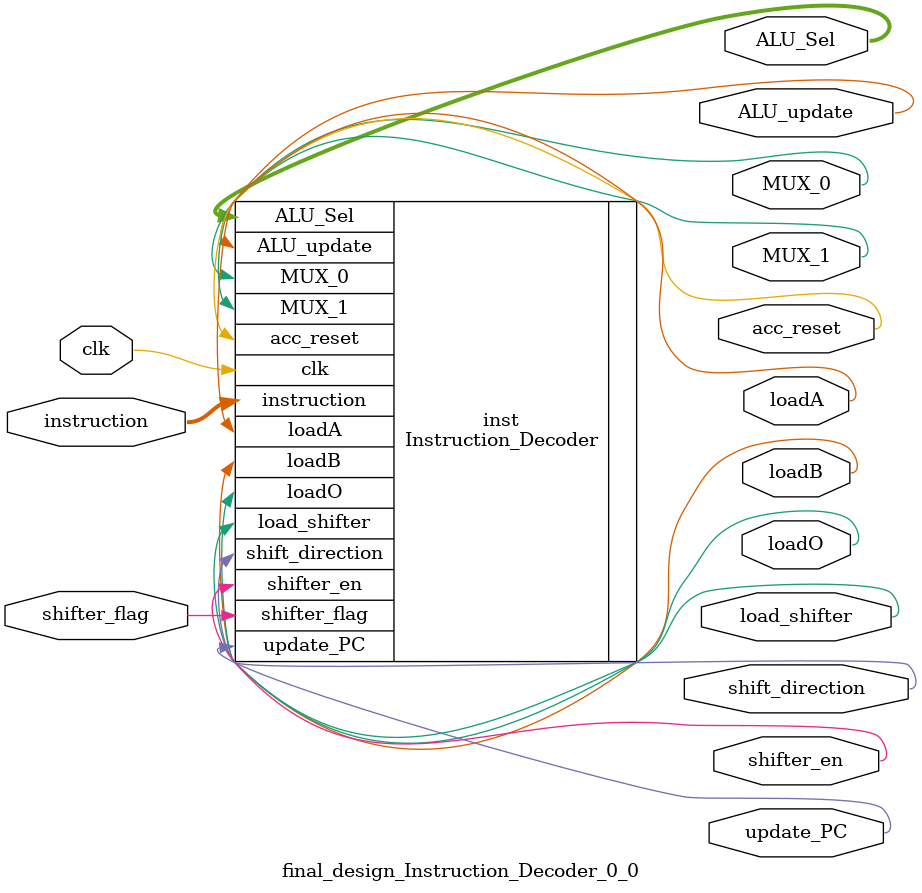
<source format=v>



// IP VLNV: xilinx.com:module_ref:Instruction_Decoder:1.0
// IP Revision: 1

`timescale 1ns/1ps

(* IP_DEFINITION_SOURCE = "module_ref" *)
(* DowngradeIPIdentifiedWarnings = "yes" *)
module final_design_Instruction_Decoder_0_0 (
  instruction,
  clk,
  shifter_flag,
  loadA,
  loadB,
  loadO,
  MUX_0,
  MUX_1,
  shift_direction,
  shifter_en,
  load_shifter,
  ALU_Sel,
  ALU_update,
  update_PC,
  acc_reset
);

input wire [3 : 0] instruction;
(* X_INTERFACE_PARAMETER = "XIL_INTERFACENAME clk, FREQ_HZ 100000000, PHASE 0.000, CLK_DOMAIN final_design_clk_0, INSERT_VIP 0" *)
(* X_INTERFACE_INFO = "xilinx.com:signal:clock:1.0 clk CLK" *)
input wire clk;
input wire shifter_flag;
output wire loadA;
output wire loadB;
output wire loadO;
output wire MUX_0;
output wire MUX_1;
output wire shift_direction;
output wire shifter_en;
output wire load_shifter;
output wire [3 : 0] ALU_Sel;
output wire ALU_update;
output wire update_PC;
(* X_INTERFACE_PARAMETER = "XIL_INTERFACENAME acc_reset, POLARITY ACTIVE_LOW, INSERT_VIP 0" *)
(* X_INTERFACE_INFO = "xilinx.com:signal:reset:1.0 acc_reset RST" *)
output wire acc_reset;

  Instruction_Decoder inst (
    .instruction(instruction),
    .clk(clk),
    .shifter_flag(shifter_flag),
    .loadA(loadA),
    .loadB(loadB),
    .loadO(loadO),
    .MUX_0(MUX_0),
    .MUX_1(MUX_1),
    .shift_direction(shift_direction),
    .shifter_en(shifter_en),
    .load_shifter(load_shifter),
    .ALU_Sel(ALU_Sel),
    .ALU_update(ALU_update),
    .update_PC(update_PC),
    .acc_reset(acc_reset)
  );
endmodule

</source>
